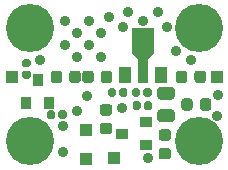
<source format=gbr>
%TF.GenerationSoftware,KiCad,Pcbnew,(5.1.6-0-10_14)*%
%TF.CreationDate,2020-06-15T14:29:28-04:00*%
%TF.ProjectId,preamp,70726561-6d70-42e6-9b69-6361645f7063,rev?*%
%TF.SameCoordinates,Original*%
%TF.FileFunction,Soldermask,Top*%
%TF.FilePolarity,Negative*%
%FSLAX46Y46*%
G04 Gerber Fmt 4.6, Leading zero omitted, Abs format (unit mm)*
G04 Created by KiCad (PCBNEW (5.1.6-0-10_14)) date 2020-06-15 14:29:28*
%MOMM*%
%LPD*%
G01*
G04 APERTURE LIST*
%ADD10C,4.064000*%
%ADD11R,1.100000X1.100000*%
%ADD12R,0.900000X1.000000*%
%ADD13C,0.100000*%
%ADD14R,1.000000X1.400000*%
%ADD15R,1.000000X0.900000*%
%ADD16C,0.900000*%
G04 APERTURE END LIST*
D10*
%TO.C,REF\u002A\u002A*%
X118973600Y-93573600D03*
%TD*%
%TO.C,REF\u002A\u002A*%
X133273800Y-93573600D03*
%TD*%
%TO.C,REF\u002A\u002A*%
X118973600Y-103098600D03*
%TD*%
%TO.C,REF\u002A\u002A*%
X133273800Y-103098600D03*
%TD*%
D11*
%TO.C,J1*%
X117462300Y-97688400D03*
%TD*%
%TO.C,C1*%
G36*
G01*
X118879000Y-96872900D02*
X118484000Y-96872900D01*
G75*
G02*
X118311500Y-96700400I0J172500D01*
G01*
X118311500Y-96355400D01*
G75*
G02*
X118484000Y-96182900I172500J0D01*
G01*
X118879000Y-96182900D01*
G75*
G02*
X119051500Y-96355400I0J-172500D01*
G01*
X119051500Y-96700400D01*
G75*
G02*
X118879000Y-96872900I-172500J0D01*
G01*
G37*
G36*
G01*
X118879000Y-97842900D02*
X118484000Y-97842900D01*
G75*
G02*
X118311500Y-97670400I0J172500D01*
G01*
X118311500Y-97325400D01*
G75*
G02*
X118484000Y-97152900I172500J0D01*
G01*
X118879000Y-97152900D01*
G75*
G02*
X119051500Y-97325400I0J-172500D01*
G01*
X119051500Y-97670400D01*
G75*
G02*
X118879000Y-97842900I-172500J0D01*
G01*
G37*
%TD*%
%TO.C,C3*%
G36*
G01*
X126273400Y-98811700D02*
X126273400Y-99206700D01*
G75*
G02*
X126100900Y-99379200I-172500J0D01*
G01*
X125755900Y-99379200D01*
G75*
G02*
X125583400Y-99206700I0J172500D01*
G01*
X125583400Y-98811700D01*
G75*
G02*
X125755900Y-98639200I172500J0D01*
G01*
X126100900Y-98639200D01*
G75*
G02*
X126273400Y-98811700I0J-172500D01*
G01*
G37*
G36*
G01*
X127243400Y-98811700D02*
X127243400Y-99206700D01*
G75*
G02*
X127070900Y-99379200I-172500J0D01*
G01*
X126725900Y-99379200D01*
G75*
G02*
X126553400Y-99206700I0J172500D01*
G01*
X126553400Y-98811700D01*
G75*
G02*
X126725900Y-98639200I172500J0D01*
G01*
X127070900Y-98639200D01*
G75*
G02*
X127243400Y-98811700I0J-172500D01*
G01*
G37*
%TD*%
%TO.C,C5*%
G36*
G01*
X128641000Y-100324300D02*
X128641000Y-99929300D01*
G75*
G02*
X128813500Y-99756800I172500J0D01*
G01*
X129158500Y-99756800D01*
G75*
G02*
X129331000Y-99929300I0J-172500D01*
G01*
X129331000Y-100324300D01*
G75*
G02*
X129158500Y-100496800I-172500J0D01*
G01*
X128813500Y-100496800D01*
G75*
G02*
X128641000Y-100324300I0J172500D01*
G01*
G37*
G36*
G01*
X127671000Y-100324300D02*
X127671000Y-99929300D01*
G75*
G02*
X127843500Y-99756800I172500J0D01*
G01*
X128188500Y-99756800D01*
G75*
G02*
X128361000Y-99929300I0J-172500D01*
G01*
X128361000Y-100324300D01*
G75*
G02*
X128188500Y-100496800I-172500J0D01*
G01*
X127843500Y-100496800D01*
G75*
G02*
X127671000Y-100324300I0J172500D01*
G01*
G37*
%TD*%
%TO.C,C7*%
G36*
G01*
X121402000Y-101099000D02*
X121402000Y-100704000D01*
G75*
G02*
X121574500Y-100531500I172500J0D01*
G01*
X121919500Y-100531500D01*
G75*
G02*
X122092000Y-100704000I0J-172500D01*
G01*
X122092000Y-101099000D01*
G75*
G02*
X121919500Y-101271500I-172500J0D01*
G01*
X121574500Y-101271500D01*
G75*
G02*
X121402000Y-101099000I0J172500D01*
G01*
G37*
G36*
G01*
X120432000Y-101099000D02*
X120432000Y-100704000D01*
G75*
G02*
X120604500Y-100531500I172500J0D01*
G01*
X120949500Y-100531500D01*
G75*
G02*
X121122000Y-100704000I0J-172500D01*
G01*
X121122000Y-101099000D01*
G75*
G02*
X120949500Y-101271500I-172500J0D01*
G01*
X120604500Y-101271500D01*
G75*
G02*
X120432000Y-101099000I0J172500D01*
G01*
G37*
%TD*%
D12*
%TO.C,D1*%
X119634000Y-97933000D03*
X120584000Y-99933000D03*
X118684000Y-99933000D03*
%TD*%
%TO.C,R1*%
G36*
G01*
X128310200Y-98811700D02*
X128310200Y-99206700D01*
G75*
G02*
X128137700Y-99379200I-172500J0D01*
G01*
X127792700Y-99379200D01*
G75*
G02*
X127620200Y-99206700I0J172500D01*
G01*
X127620200Y-98811700D01*
G75*
G02*
X127792700Y-98639200I172500J0D01*
G01*
X128137700Y-98639200D01*
G75*
G02*
X128310200Y-98811700I0J-172500D01*
G01*
G37*
G36*
G01*
X129280200Y-98811700D02*
X129280200Y-99206700D01*
G75*
G02*
X129107700Y-99379200I-172500J0D01*
G01*
X128762700Y-99379200D01*
G75*
G02*
X128590200Y-99206700I0J172500D01*
G01*
X128590200Y-98811700D01*
G75*
G02*
X128762700Y-98639200I172500J0D01*
G01*
X129107700Y-98639200D01*
G75*
G02*
X129280200Y-98811700I0J-172500D01*
G01*
G37*
%TD*%
D13*
%TO.C,U1*%
G36*
X127609961Y-93576245D02*
G01*
X127612806Y-93566866D01*
X127617427Y-93558221D01*
X127623645Y-93550645D01*
X127631221Y-93544427D01*
X127639866Y-93539806D01*
X127649245Y-93536961D01*
X127659000Y-93536000D01*
X129437000Y-93536000D01*
X129446755Y-93536961D01*
X129456134Y-93539806D01*
X129464779Y-93544427D01*
X129472355Y-93550645D01*
X129478573Y-93558221D01*
X129483194Y-93566866D01*
X129486039Y-93576245D01*
X129487000Y-93586000D01*
X129487000Y-95670500D01*
X129486039Y-95680255D01*
X129483194Y-95689634D01*
X129478573Y-95698279D01*
X129472355Y-95705855D01*
X128979000Y-96199210D01*
X128979000Y-98186000D01*
X128978039Y-98195755D01*
X128975194Y-98205134D01*
X128970573Y-98213779D01*
X128964355Y-98221355D01*
X128956779Y-98227573D01*
X128948134Y-98232194D01*
X128938755Y-98235039D01*
X128929000Y-98236000D01*
X128167000Y-98236000D01*
X128157245Y-98235039D01*
X128147866Y-98232194D01*
X128139221Y-98227573D01*
X128131645Y-98221355D01*
X128125427Y-98213779D01*
X128120806Y-98205134D01*
X128117961Y-98195755D01*
X128117000Y-98186000D01*
X128117000Y-96199210D01*
X127623645Y-95705855D01*
X127617427Y-95698279D01*
X127612806Y-95689634D01*
X127609961Y-95680255D01*
X127609000Y-95670500D01*
X127609000Y-93586000D01*
X127609961Y-93576245D01*
G37*
D14*
X130048000Y-97536000D03*
X127048000Y-97536000D03*
%TD*%
%TO.C,C2*%
G36*
G01*
X124388500Y-97407150D02*
X124388500Y-97969650D01*
G75*
G02*
X124144750Y-98213400I-243750J0D01*
G01*
X123657250Y-98213400D01*
G75*
G02*
X123413500Y-97969650I0J243750D01*
G01*
X123413500Y-97407150D01*
G75*
G02*
X123657250Y-97163400I243750J0D01*
G01*
X124144750Y-97163400D01*
G75*
G02*
X124388500Y-97407150I0J-243750D01*
G01*
G37*
G36*
G01*
X125963500Y-97407150D02*
X125963500Y-97969650D01*
G75*
G02*
X125719750Y-98213400I-243750J0D01*
G01*
X125232250Y-98213400D01*
G75*
G02*
X124988500Y-97969650I0J243750D01*
G01*
X124988500Y-97407150D01*
G75*
G02*
X125232250Y-97163400I243750J0D01*
G01*
X125719750Y-97163400D01*
G75*
G02*
X125963500Y-97407150I0J-243750D01*
G01*
G37*
%TD*%
%TO.C,C4*%
G36*
G01*
X132313500Y-97407150D02*
X132313500Y-97969650D01*
G75*
G02*
X132069750Y-98213400I-243750J0D01*
G01*
X131582250Y-98213400D01*
G75*
G02*
X131338500Y-97969650I0J243750D01*
G01*
X131338500Y-97407150D01*
G75*
G02*
X131582250Y-97163400I243750J0D01*
G01*
X132069750Y-97163400D01*
G75*
G02*
X132313500Y-97407150I0J-243750D01*
G01*
G37*
G36*
G01*
X133888500Y-97407150D02*
X133888500Y-97969650D01*
G75*
G02*
X133644750Y-98213400I-243750J0D01*
G01*
X133157250Y-98213400D01*
G75*
G02*
X132913500Y-97969650I0J243750D01*
G01*
X132913500Y-97407150D01*
G75*
G02*
X133157250Y-97163400I243750J0D01*
G01*
X133644750Y-97163400D01*
G75*
G02*
X133888500Y-97407150I0J-243750D01*
G01*
G37*
%TD*%
%TO.C,L2*%
G36*
G01*
X122321500Y-97969650D02*
X122321500Y-97407150D01*
G75*
G02*
X122565250Y-97163400I243750J0D01*
G01*
X123052750Y-97163400D01*
G75*
G02*
X123296500Y-97407150I0J-243750D01*
G01*
X123296500Y-97969650D01*
G75*
G02*
X123052750Y-98213400I-243750J0D01*
G01*
X122565250Y-98213400D01*
G75*
G02*
X122321500Y-97969650I0J243750D01*
G01*
G37*
G36*
G01*
X120746500Y-97969650D02*
X120746500Y-97407150D01*
G75*
G02*
X120990250Y-97163400I243750J0D01*
G01*
X121477750Y-97163400D01*
G75*
G02*
X121721500Y-97407150I0J-243750D01*
G01*
X121721500Y-97969650D01*
G75*
G02*
X121477750Y-98213400I-243750J0D01*
G01*
X120990250Y-98213400D01*
G75*
G02*
X120746500Y-97969650I0J243750D01*
G01*
G37*
%TD*%
%TO.C,C6*%
G36*
G01*
X132770700Y-99743950D02*
X132770700Y-100306450D01*
G75*
G02*
X132526950Y-100550200I-243750J0D01*
G01*
X132039450Y-100550200D01*
G75*
G02*
X131795700Y-100306450I0J243750D01*
G01*
X131795700Y-99743950D01*
G75*
G02*
X132039450Y-99500200I243750J0D01*
G01*
X132526950Y-99500200D01*
G75*
G02*
X132770700Y-99743950I0J-243750D01*
G01*
G37*
G36*
G01*
X134345700Y-99743950D02*
X134345700Y-100306450D01*
G75*
G02*
X134101950Y-100550200I-243750J0D01*
G01*
X133614450Y-100550200D01*
G75*
G02*
X133370700Y-100306450I0J243750D01*
G01*
X133370700Y-99743950D01*
G75*
G02*
X133614450Y-99500200I243750J0D01*
G01*
X134101950Y-99500200D01*
G75*
G02*
X134345700Y-99743950I0J-243750D01*
G01*
G37*
%TD*%
D11*
%TO.C,J2*%
X134797800Y-97688400D03*
%TD*%
%TO.C,L1*%
G36*
G01*
X130986450Y-101500200D02*
X130023950Y-101500200D01*
G75*
G02*
X129755200Y-101231450I0J268750D01*
G01*
X129755200Y-100693950D01*
G75*
G02*
X130023950Y-100425200I268750J0D01*
G01*
X130986450Y-100425200D01*
G75*
G02*
X131255200Y-100693950I0J-268750D01*
G01*
X131255200Y-101231450D01*
G75*
G02*
X130986450Y-101500200I-268750J0D01*
G01*
G37*
G36*
G01*
X130986450Y-99625200D02*
X130023950Y-99625200D01*
G75*
G02*
X129755200Y-99356450I0J268750D01*
G01*
X129755200Y-98818950D01*
G75*
G02*
X130023950Y-98550200I268750J0D01*
G01*
X130986450Y-98550200D01*
G75*
G02*
X131255200Y-98818950I0J-268750D01*
G01*
X131255200Y-99356450D01*
G75*
G02*
X130986450Y-99625200I-268750J0D01*
G01*
G37*
%TD*%
D15*
%TO.C,U2*%
X128778000Y-103449200D03*
X128778000Y-101549200D03*
X126778000Y-102499200D03*
%TD*%
D11*
%TO.C,J3*%
X126136400Y-104597200D03*
%TD*%
%TO.C,C8*%
G36*
G01*
X125706450Y-100969700D02*
X125143950Y-100969700D01*
G75*
G02*
X124900200Y-100725950I0J243750D01*
G01*
X124900200Y-100238450D01*
G75*
G02*
X125143950Y-99994700I243750J0D01*
G01*
X125706450Y-99994700D01*
G75*
G02*
X125950200Y-100238450I0J-243750D01*
G01*
X125950200Y-100725950D01*
G75*
G02*
X125706450Y-100969700I-243750J0D01*
G01*
G37*
G36*
G01*
X125706450Y-102544700D02*
X125143950Y-102544700D01*
G75*
G02*
X124900200Y-102300950I0J243750D01*
G01*
X124900200Y-101813450D01*
G75*
G02*
X125143950Y-101569700I243750J0D01*
G01*
X125706450Y-101569700D01*
G75*
G02*
X125950200Y-101813450I0J-243750D01*
G01*
X125950200Y-102300950D01*
G75*
G02*
X125706450Y-102544700I-243750J0D01*
G01*
G37*
%TD*%
%TO.C,C9*%
G36*
G01*
X130122350Y-102128500D02*
X130684850Y-102128500D01*
G75*
G02*
X130928600Y-102372250I0J-243750D01*
G01*
X130928600Y-102859750D01*
G75*
G02*
X130684850Y-103103500I-243750J0D01*
G01*
X130122350Y-103103500D01*
G75*
G02*
X129878600Y-102859750I0J243750D01*
G01*
X129878600Y-102372250D01*
G75*
G02*
X130122350Y-102128500I243750J0D01*
G01*
G37*
G36*
G01*
X130122350Y-103703500D02*
X130684850Y-103703500D01*
G75*
G02*
X130928600Y-103947250I0J-243750D01*
G01*
X130928600Y-104434750D01*
G75*
G02*
X130684850Y-104678500I-243750J0D01*
G01*
X130122350Y-104678500D01*
G75*
G02*
X129878600Y-104434750I0J243750D01*
G01*
X129878600Y-103947250D01*
G75*
G02*
X130122350Y-103703500I243750J0D01*
G01*
G37*
%TD*%
%TO.C,D2*%
X123748800Y-102158800D03*
X123748800Y-104658800D03*
%TD*%
D16*
X128524000Y-92964000D03*
X129794000Y-92202000D03*
X130556000Y-93472000D03*
X123825000Y-99314000D03*
X121818400Y-104013000D03*
X121818400Y-101854000D03*
X119837200Y-96266000D03*
X134874000Y-99212400D03*
X128981200Y-104597200D03*
X134823200Y-100990400D03*
X122936000Y-100584000D03*
X126746000Y-100330000D03*
X131318000Y-95504000D03*
X127254000Y-92202000D03*
X125666500Y-92583000D03*
X124968000Y-93980000D03*
X123952000Y-92964000D03*
X121920000Y-92964000D03*
X122936000Y-93980000D03*
X123952000Y-94996000D03*
X121920000Y-94996000D03*
X132588000Y-96266000D03*
X122936000Y-96012000D03*
X126873000Y-93472000D03*
X124968000Y-96012000D03*
M02*

</source>
